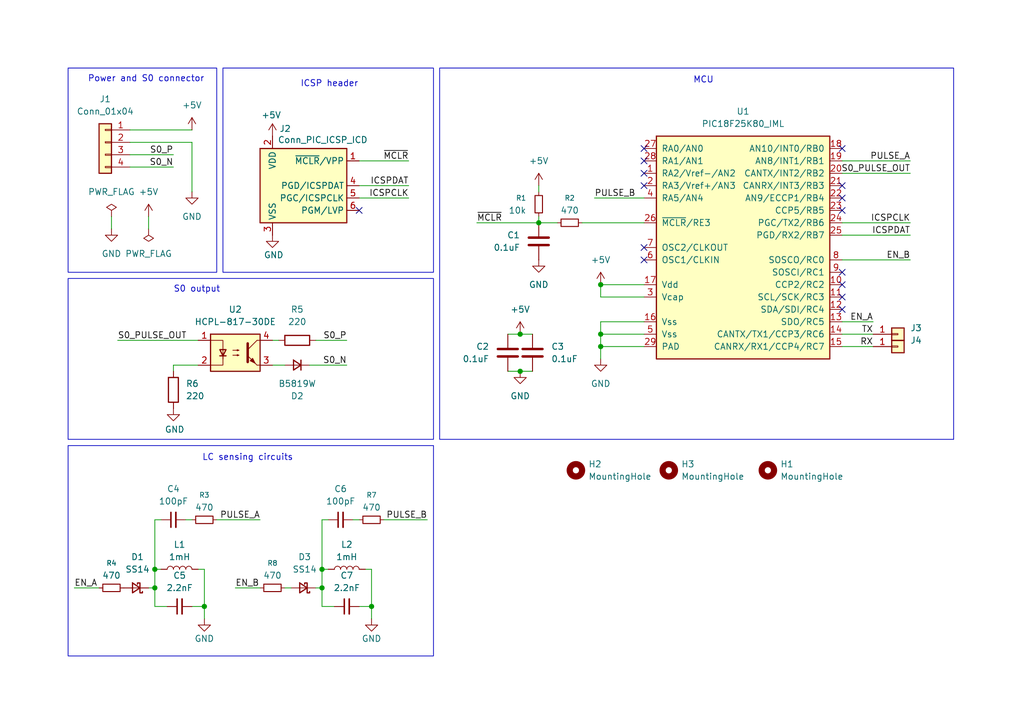
<source format=kicad_sch>
(kicad_sch (version 20250114) (generator "eeschema") (generator_version "9.0")
  (paper "A5")
  (title_block (title "Water meter counter") (rev "${Revision}") (comment 3 "Inductive water meter counter with S0 interface for GSB-8 style meters"))
  (lib_symbols
    (symbol "Connector:Conn_PIC_ICSP_ICD"
      (property "Reference" "J" (at 6.35 8.89 0))
      (property "Value" "Conn_PIC_ICSP_ICD" (at -8.89 -1.27 90))
      (symbol "Conn_PIC_ICSP_ICD_0_1"
        (rectangle (start -7.62 7.62) (end 10.16 -7.62) (stroke (width 0.254)) (fill (type background)))
      )
      (symbol "Conn_PIC_ICSP_ICD_1_1"
        (pin passive line (at -5.08 10.16 270) (length 2.54) (name "VDD") (number "2"))
        (pin power_in line (at -5.08 -10.16 90) (length 2.54) (name "VSS") (number "3"))
        (pin passive line (at 12.7 5.08 180) (length 2.54) (name "~{MCLR}/VPP") (number "1"))
        (pin bidirectional line (at 12.7 0 180) (length 2.54) (name "PGD/ICSPDAT") (number "4"))
        (pin output line (at 12.7 -2.54 180) (length 2.54) (name "PGC/ICSPCLK") (number "5"))
        (pin output line (at 12.7 -5.08 180) (length 2.54) (name "PGM/LVP") (number "6"))
      )
    )
    (symbol "Connector_Generic:Conn_01x01" (pin_names (offset 1.016) (hide yes))
      (property "Reference" "J" (at 0 2.54 0))
      (property "Value" "Conn_01x01" (at 0 -2.54 0))
      (symbol "Conn_01x01_1_1"
        (rectangle (start -1.27 1.27) (end 1.27 -1.27) (stroke (width 0.254)) (fill (type background)))
        (rectangle (start -1.27 0.127) (end 0 -0.127) (stroke (width 0.1524)))
        (pin passive line (at -5.08 0 0) (length 3.81) (name "Pin_1") (number "1"))
      )
    )
    (symbol "Connector_Generic:Conn_01x04" (pin_names (offset 1.016) (hide yes))
      (property "Reference" "J" (at 0 5.08 0))
      (property "Value" "Conn_01x04" (at 0 -7.62 0))
      (symbol "Conn_01x04_1_1"
        (rectangle (start -1.27 3.81) (end 1.27 -6.35) (stroke (width 0.254)) (fill (type background)))
        (rectangle (start -1.27 2.667) (end 0 2.413) (stroke (width 0.1524)))
        (rectangle (start -1.27 0.127) (end 0 -0.127) (stroke (width 0.1524)))
        (rectangle (start -1.27 -2.413) (end 0 -2.667) (stroke (width 0.1524)))
        (rectangle (start -1.27 -4.953) (end 0 -5.207) (stroke (width 0.1524)))
        (pin passive line (at -5.08 2.54 0) (length 3.81) (name "Pin_1") (number "1"))
        (pin passive line (at -5.08 0 0) (length 3.81) (name "Pin_2") (number "2"))
        (pin passive line (at -5.08 -2.54 0) (length 3.81) (name "Pin_3") (number "3"))
        (pin passive line (at -5.08 -5.08 0) (length 3.81) (name "Pin_4") (number "4"))
      )
    )
    (symbol "Device:C" (pin_numbers (hide yes)) (pin_names (offset 0.254))
      (property "Reference" "C" (at 0.635 2.54 0))
      (property "Value" "C" (at 0.635 -2.54 0))
      (symbol "C_0_1"
        (polyline (pts (xy -2.032 0.762) (xy 2.032 0.762)) (stroke (width 0.508)))
        (polyline (pts (xy -2.032 -0.762) (xy 2.032 -0.762)) (stroke (width 0.508)))
      )
      (symbol "C_1_1"
        (pin passive line (at 0 3.81 270) (length 2.794) (name "~") (number "1"))
        (pin passive line (at 0 -3.81 90) (length 2.794) (name "~") (number "2"))
      )
    )
    (symbol "Device:C_Small" (pin_numbers (hide yes)) (pin_names (offset 0.254) (hide yes))
      (property "Reference" "C" (at 0.254 1.778 0))
      (property "Value" "C_Small" (at 0.254 -2.032 0))
      (symbol "C_Small_0_1"
        (polyline (pts (xy -1.524 0.508) (xy 1.524 0.508)) (stroke (width 0.3048)))
        (polyline (pts (xy -1.524 -0.508) (xy 1.524 -0.508)) (stroke (width 0.3302)))
      )
      (symbol "C_Small_1_1"
        (pin passive line (at 0 2.54 270) (length 2.032) (name "~") (number "1"))
        (pin passive line (at 0 -2.54 90) (length 2.032) (name "~") (number "2"))
      )
    )
    (symbol "Device:D_Schottky_Small" (pin_numbers (hide yes)) (pin_names (offset 0.254) (hide yes))
      (property "Reference" "D" (at -1.27 2.032 0))
      (property "Value" "D_Schottky_Small" (at -7.112 -2.032 0))
      (symbol "D_Schottky_Small_0_1"
        (polyline (pts (xy -1.27 0.762) (xy -1.27 1.016) (xy -0.762 1.016) (xy -0.762 -1.016) (xy -0.254 -1.016) (xy -0.254 -0.762)) (stroke (width 0.254)))
        (polyline (pts (xy -0.762 0) (xy 0.762 0)))
        (polyline (pts (xy 0.762 -1.016) (xy -0.762 0) (xy 0.762 1.016) (xy 0.762 -1.016)) (stroke (width 0.254)))
      )
      (symbol "D_Schottky_Small_1_1"
        (pin passive line (at -2.54 0 0) (length 1.778) (name "K") (number "1"))
        (pin passive line (at 2.54 0 180) (length 1.778) (name "A") (number "2"))
      )
    )
    (symbol "Device:D_Small" (pin_numbers (hide yes)) (pin_names (offset 0.254) (hide yes))
      (property "Reference" "D" (at -1.27 2.032 0))
      (property "Value" "D_Small" (at -3.81 -2.032 0))
      (symbol "D_Small_0_1"
        (polyline (pts (xy -0.762 0) (xy 0.762 0)))
        (polyline (pts (xy -0.762 -1.016) (xy -0.762 1.016)) (stroke (width 0.254)))
        (polyline (pts (xy 0.762 -1.016) (xy -0.762 0) (xy 0.762 1.016) (xy 0.762 -1.016)) (stroke (width 0.254)))
      )
      (symbol "D_Small_1_1"
        (pin passive line (at -2.54 0 0) (length 1.778) (name "K") (number "1"))
        (pin passive line (at 2.54 0 180) (length 1.778) (name "A") (number "2"))
      )
    )
    (symbol "Device:L" (pin_numbers (hide yes)) (pin_names (offset 1.016) (hide yes))
      (property "Reference" "L" (at -1.27 0 90))
      (property "Value" "L" (at 1.905 0 90))
      (symbol "L_0_1"
        (arc (start 0 2.54) (mid 0.6323 1.905) (end 0 1.27))
        (arc (start 0 1.27) (mid 0.6323 0.635) (end 0 0))
        (arc (start 0 0) (mid 0.6323 -0.635) (end 0 -1.27))
        (arc (start 0 -1.27) (mid 0.6323 -1.905) (end 0 -2.54))
      )
      (symbol "L_1_1"
        (pin passive line (at 0 3.81 270) (length 1.27) (name "1") (number "1"))
        (pin passive line (at 0 -3.81 90) (length 1.27) (name "2") (number "2"))
      )
    )
    (symbol "Device:R" (pin_numbers (hide yes)) (pin_names (offset 0))
      (property "Reference" "R" (at 2.032 0 90))
      (property "Value" "R" (at 0 0 90))
      (symbol "R_0_1"
        (rectangle (start -1.016 -2.54) (end 1.016 2.54) (stroke (width 0.254)))
      )
      (symbol "R_1_1"
        (pin passive line (at 0 3.81 270) (length 1.27) (name "~") (number "1"))
        (pin passive line (at 0 -3.81 90) (length 1.27) (name "~") (number "2"))
      )
    )
    (symbol "Device:R_Small" (pin_numbers (hide yes)) (pin_names (offset 0.254) (hide yes))
      (property "Reference" "R" (at 0 0 90))
      (property "Value" "R_Small" (at 1.778 0 90))
      (symbol "R_Small_0_1"
        (rectangle (start -0.762 1.778) (end 0.762 -1.778) (stroke (width 0.2032)))
      )
      (symbol "R_Small_1_1"
        (pin passive line (at 0 2.54 270) (length 0.762) (name "~") (number "1"))
        (pin passive line (at 0 -2.54 90) (length 0.762) (name "~") (number "2"))
      )
    )
    (symbol "Isolator:Optocoupler_DC_PhotoNPN_AKEC"
      (property "Reference" "U" (at -5.08 5.08 0))
      (property "Value" "Optocoupler_DC_PhotoNPN_AKEC" (at 0 5.08 0))
      (symbol "Optocoupler_DC_PhotoNPN_AKEC_0_1"
        (rectangle (start -5.08 3.81) (end 5.08 -3.81) (stroke (width 0.254)) (fill (type background)))
        (polyline (pts (xy -5.08 2.54) (xy -2.54 2.54) (xy -2.54 -1.27) (xy -2.54 0.635)))
        (polyline (pts (xy -3.175 -0.635) (xy -1.905 -0.635)) (stroke (width 0.254)))
        (polyline (pts (xy -2.54 -0.635) (xy -2.54 -2.54) (xy -5.08 -2.54)))
        (polyline (pts (xy -2.54 -0.635) (xy -3.175 0.635) (xy -1.905 0.635) (xy -2.54 -0.635)) (stroke (width 0.254)))
        (polyline (pts (xy -0.508 0.508) (xy 0.762 0.508) (xy 0.381 0.381) (xy 0.381 0.635) (xy 0.762 0.508)))
        (polyline (pts (xy -0.508 -0.508) (xy 0.762 -0.508) (xy 0.381 -0.635) (xy 0.381 -0.381) (xy 0.762 -0.508)))
        (polyline (pts (xy 2.54 1.905) (xy 2.54 -1.905)) (stroke (width 0.508)))
        (polyline (pts (xy 2.54 0.635) (xy 4.445 2.54)))
        (polyline (pts (xy 3.048 -1.651) (xy 3.556 -1.143) (xy 4.064 -2.159) (xy 3.048 -1.651)) (fill (type outline)))
        (polyline (pts (xy 4.445 2.54) (xy 5.08 2.54)))
        (polyline (pts (xy 4.445 -2.54) (xy 2.54 -0.635)) (fill (type outline)))
        (polyline (pts (xy 4.445 -2.54) (xy 5.08 -2.54)))
      )
      (symbol "Optocoupler_DC_PhotoNPN_AKEC_1_1"
        (pin passive line (at -7.62 2.54 0) (length 2.54) (name "~") (number "1"))
        (pin passive line (at -7.62 -2.54 0) (length 2.54) (name "~") (number "2"))
        (pin passive line (at 7.62 2.54 180) (length 2.54) (name "~") (number "4"))
        (pin passive line (at 7.62 -2.54 180) (length 2.54) (name "~") (number "3"))
      )
    )
    (symbol "MCU_Microchip_PIC18:PIC18F25K80_IML" (pin_names (offset 1.016))
      (property "Reference" "U" (at -17.78 24.13 0))
      (property "Value" "PIC18F25K80_IML" (at 17.78 24.13 0))
      (symbol "PIC18F25K80_IML_0_1"
        (rectangle (start -17.78 22.86) (end 17.78 -22.86) (stroke (width 0.254)) (fill (type background)))
      )
      (symbol "PIC18F25K80_IML_1_1"
        (pin bidirectional line (at -20.32 20.32 0) (length 2.54) (name "RA0/AN0") (number "27"))
        (pin bidirectional line (at -20.32 17.78 0) (length 2.54) (name "RA1/AN1") (number "28"))
        (pin bidirectional line (at -20.32 15.24 0) (length 2.54) (name "RA2/Vref-/AN2") (number "1"))
        (pin bidirectional line (at -20.32 12.7 0) (length 2.54) (name "RA3/Vref+/AN3") (number "2"))
        (pin bidirectional line (at -20.32 10.16 0) (length 2.54) (name "RA5/AN4") (number "4"))
        (pin bidirectional line (at -20.32 5.08 0) (length 2.54) (name "~{MCLR}/RE3") (number "26"))
        (pin input line (at -20.32 0 0) (length 2.54) (name "OSC2/CLKOUT") (number "7"))
        (pin input line (at -20.32 -2.54 0) (length 2.54) (name "OSC1/CLKIN") (number "6"))
        (pin power_in line (at -20.32 -7.62 0) (length 2.54) (name "Vdd") (number "17"))
        (pin power_in line (at -20.32 -10.16 0) (length 2.54) (name "Vcap") (number "3"))
        (pin power_in line (at -20.32 -15.24 0) (length 2.54) (name "Vss") (number "16"))
        (pin power_in line (at -20.32 -17.78 0) (length 2.54) (name "Vss") (number "5"))
        (pin power_in line (at -20.32 -20.32 0) (length 2.54) (name "PAD") (number "29"))
        (pin bidirectional line (at 20.32 20.32 180) (length 2.54) (name "AN10/INT0/RB0") (number "18"))
        (pin bidirectional line (at 20.32 17.78 180) (length 2.54) (name "AN8/INT1/RB1") (number "19"))
        (pin bidirectional line (at 20.32 15.24 180) (length 2.54) (name "CANTX/INT2/RB2") (number "20"))
        (pin bidirectional line (at 20.32 12.7 180) (length 2.54) (name "CANRX/INT3/RB3") (number "21"))
        (pin bidirectional line (at 20.32 10.16 180) (length 2.54) (name "AN9/ECCP1/RB4") (number "22"))
        (pin bidirectional line (at 20.32 7.62 180) (length 2.54) (name "CCP5/RB5") (number "23"))
        (pin bidirectional line (at 20.32 5.08 180) (length 2.54) (name "PGC/TX2/RB6") (number "24"))
        (pin bidirectional line (at 20.32 2.54 180) (length 2.54) (name "PGD/RX2/RB7") (number "25"))
        (pin bidirectional line (at 20.32 -2.54 180) (length 2.54) (name "SOSCO/RC0") (number "8"))
        (pin bidirectional line (at 20.32 -5.08 180) (length 2.54) (name "SOSCI/RC1") (number "9"))
        (pin bidirectional line (at 20.32 -7.62 180) (length 2.54) (name "CCP2/RC2") (number "10"))
        (pin bidirectional line (at 20.32 -10.16 180) (length 2.54) (name "SCL/SCK/RC3") (number "11"))
        (pin bidirectional line (at 20.32 -12.7 180) (length 2.54) (name "SDA/SDI/RC4") (number "12"))
        (pin bidirectional line (at 20.32 -15.24 180) (length 2.54) (name "SDO/RC5") (number "13"))
        (pin bidirectional line (at 20.32 -17.78 180) (length 2.54) (name "CANTX/TX1/CCP3/RC6") (number "14"))
        (pin bidirectional line (at 20.32 -20.32 180) (length 2.54) (name "CANRX/RX1/CCP4/RC7") (number "15"))
      )
    )
    (symbol "Mechanical:MountingHole" (pin_names (offset 1.016)) (in_bom no)
      (property "Reference" "H" (at 0 5.08 0))
      (property "Value" "MountingHole" (at 0 3.175 0))
      (symbol "MountingHole_0_1"
        (circle (center 0 0) (radius 1.27) (stroke (width 1.27)))
      )
    )
    (symbol "power:+5V" (power) (pin_numbers (hide yes)) (pin_names (offset 0) (hide yes))
      (property "Value" "+5V" (at 0 3.556 0))
      (symbol "+5V_0_1"
        (polyline (pts (xy -0.762 1.27) (xy 0 2.54)))
        (polyline (pts (xy 0 2.54) (xy 0.762 1.27)))
        (polyline (pts (xy 0 0) (xy 0 2.54)))
      )
      (symbol "+5V_1_1"
        (pin power_in line (at 0 0 90) (length 0) (name "~") (number "1"))
      )
    )
    (symbol "power:GND" (power) (pin_numbers (hide yes)) (pin_names (offset 0) (hide yes))
      (property "Value" "GND" (at 0 -3.81 0))
      (symbol "GND_0_1"
        (polyline (pts (xy 0 0) (xy 0 -1.27) (xy 1.27 -1.27) (xy 0 -2.54) (xy -1.27 -1.27) (xy 0 -1.27)))
      )
      (symbol "GND_1_1"
        (pin power_in line (at 0 0 270) (length 0) (name "~") (number "1"))
      )
    )
    (symbol "power:PWR_FLAG" (power) (pin_numbers (hide yes)) (pin_names (offset 0) (hide yes))
      (property "Value" "PWR_FLAG" (at 0 3.81 0))
      (symbol "PWR_FLAG_0_0"
        (pin power_out line (at 0 0 90) (length 0) (name "~") (number "1"))
      )
      (symbol "PWR_FLAG_0_1"
        (polyline (pts (xy 0 0) (xy 0 1.27) (xy -1.016 1.905) (xy 0 2.54) (xy 1.016 1.905) (xy 0 1.27)))
      )
    )
  )
  (rectangle (start 45.72 13.97) (end 88.9 55.88))
  (rectangle (start 13.97 57.15) (end 88.9 90.17))
  (rectangle (start 90.17 13.97) (end 195.58 90.17))
  (rectangle (start 13.97 91.44) (end 88.9 134.62))
  (rectangle (start 13.97 13.97) (end 44.45 55.88))
  (text "LC sensing circuits" (at 50.8 93.98 0) (effects (font (size 1.27 1.27))))
  (text "MCU" (at 144.272 16.51 0) (effects (font (size 1.27 1.27))))
  (text "ICSP header" (at 67.564 17.272 0) (effects (font (size 1.27 1.27))))
  (text "Power and S0 connector" (at 29.972 16.256 0) (effects (font (size 1.27 1.27))))
  (text "S0 output" (at 40.386 59.436 0) (effects (font (size 1.27 1.27))))
  (junction (at 66.04 116.84))
  (junction (at 31.75 120.65))
  (junction (at 41.91 124.46))
  (junction (at 106.68 76.2))
  (junction (at 110.49 45.72))
  (junction (at 66.04 120.65))
  (junction (at 123.19 71.12))
  (junction (at 123.19 58.42))
  (junction (at 31.75 116.84))
  (junction (at 123.19 68.58))
  (junction (at 106.68 68.58))
  (junction (at 76.2 124.46))
  (no_connect (at 132.08 53.34))
  (no_connect (at 172.72 30.48))
  (no_connect (at 73.66 43.18))
  (no_connect (at 172.72 63.5))
  (no_connect (at 132.08 35.56))
  (no_connect (at 172.72 55.88))
  (no_connect (at 132.08 50.8))
  (no_connect (at 172.72 58.42))
  (no_connect (at 172.72 43.18))
  (no_connect (at 132.08 38.1))
  (no_connect (at 172.72 40.64))
  (no_connect (at 132.08 30.48))
  (no_connect (at 172.72 38.1))
  (no_connect (at 172.72 60.96))
  (no_connect (at 132.08 33.02))
  (wire (pts (xy 39.37 124.46) (xy 41.91 124.46)))
  (wire (pts (xy 31.75 124.46) (xy 31.75 120.65)))
  (wire (pts (xy 33.02 116.84) (xy 31.75 116.84)))
  (wire (pts (xy 66.04 124.46) (xy 66.04 120.65)))
  (wire (pts (xy 26.67 31.75) (xy 35.56 31.75)))
  (wire (pts (xy 123.19 66.04) (xy 123.19 68.58)))
  (wire (pts (xy 172.72 48.26) (xy 186.69 48.26)))
  (wire (pts (xy 58.42 120.65) (xy 59.69 120.65)))
  (wire (pts (xy 22.86 46.99) (xy 22.86 44.45)))
  (wire (pts (xy 123.19 58.42) (xy 132.08 58.42)))
  (wire (pts (xy 106.68 76.2) (xy 104.14 76.2)))
  (wire (pts (xy 106.68 68.58) (xy 109.22 68.58)))
  (wire (pts (xy 24.13 69.85) (xy 40.64 69.85)))
  (wire (pts (xy 172.72 45.72) (xy 186.69 45.72)))
  (wire (pts (xy 172.72 68.58) (xy 179.07 68.58)))
  (wire (pts (xy 132.08 66.04) (xy 123.19 66.04)))
  (wire (pts (xy 114.3 45.72) (xy 110.49 45.72)))
  (wire (pts (xy 73.66 124.46) (xy 76.2 124.46)))
  (wire (pts (xy 123.19 73.66) (xy 123.19 71.12)))
  (wire (pts (xy 76.2 116.84) (xy 76.2 124.46)))
  (wire (pts (xy 66.04 106.68) (xy 66.04 116.84)))
  (wire (pts (xy 15.24 120.65) (xy 20.32 120.65)))
  (wire (pts (xy 35.56 74.93) (xy 35.56 76.2)))
  (wire (pts (xy 121.92 40.64) (xy 132.08 40.64)))
  (wire (pts (xy 186.69 35.56) (xy 172.72 35.56)))
  (wire (pts (xy 26.67 29.21) (xy 39.37 29.21)))
  (wire (pts (xy 97.79 45.72) (xy 110.49 45.72)))
  (wire (pts (xy 34.29 124.46) (xy 31.75 124.46)))
  (wire (pts (xy 172.72 53.34) (xy 186.69 53.34)))
  (wire (pts (xy 106.68 76.2) (xy 109.22 76.2)))
  (wire (pts (xy 33.02 106.68) (xy 31.75 106.68)))
  (wire (pts (xy 83.82 40.64) (xy 73.66 40.64)))
  (wire (pts (xy 123.19 60.96) (xy 123.19 58.42)))
  (wire (pts (xy 106.68 68.58) (xy 104.14 68.58)))
  (wire (pts (xy 39.37 29.21) (xy 39.37 39.37)))
  (wire (pts (xy 83.82 38.1) (xy 73.66 38.1)))
  (wire (pts (xy 38.1 106.68) (xy 39.37 106.68)))
  (wire (pts (xy 63.5 74.93) (xy 71.12 74.93)))
  (wire (pts (xy 48.26 120.65) (xy 53.34 120.65)))
  (wire (pts (xy 72.39 106.68) (xy 73.66 106.68)))
  (wire (pts (xy 26.67 26.67) (xy 39.37 26.67)))
  (wire (pts (xy 67.31 116.84) (xy 66.04 116.84)))
  (wire (pts (xy 172.72 71.12) (xy 179.07 71.12)))
  (wire (pts (xy 119.38 45.72) (xy 132.08 45.72)))
  (wire (pts (xy 26.67 34.29) (xy 35.56 34.29)))
  (wire (pts (xy 66.04 116.84) (xy 66.04 120.65)))
  (wire (pts (xy 30.48 120.65) (xy 31.75 120.65)))
  (wire (pts (xy 76.2 116.84) (xy 74.93 116.84)))
  (wire (pts (xy 31.75 116.84) (xy 31.75 120.65)))
  (wire (pts (xy 110.49 38.1) (xy 110.49 39.37)))
  (wire (pts (xy 123.19 68.58) (xy 132.08 68.58)))
  (wire (pts (xy 64.77 120.65) (xy 66.04 120.65)))
  (wire (pts (xy 57.15 69.85) (xy 55.88 69.85)))
  (wire (pts (xy 67.31 106.68) (xy 66.04 106.68)))
  (wire (pts (xy 132.08 60.96) (xy 123.19 60.96)))
  (wire (pts (xy 55.88 74.93) (xy 58.42 74.93)))
  (wire (pts (xy 35.56 74.93) (xy 40.64 74.93)))
  (wire (pts (xy 83.82 33.02) (xy 73.66 33.02)))
  (wire (pts (xy 31.75 106.68) (xy 31.75 116.84)))
  (wire (pts (xy 172.72 66.04) (xy 179.07 66.04)))
  (wire (pts (xy 110.49 45.72) (xy 110.49 44.45)))
  (wire (pts (xy 30.48 44.45) (xy 30.48 46.99)))
  (wire (pts (xy 87.63 106.68) (xy 78.74 106.68)))
  (wire (pts (xy 41.91 124.46) (xy 41.91 127)))
  (wire (pts (xy 41.91 116.84) (xy 40.64 116.84)))
  (wire (pts (xy 53.34 106.68) (xy 44.45 106.68)))
  (wire (pts (xy 68.58 124.46) (xy 66.04 124.46)))
  (wire (pts (xy 71.12 69.85) (xy 64.77 69.85)))
  (wire (pts (xy 41.91 116.84) (xy 41.91 124.46)))
  (wire (pts (xy 123.19 71.12) (xy 132.08 71.12)))
  (wire (pts (xy 76.2 124.46) (xy 76.2 127)))
  (wire (pts (xy 172.72 33.02) (xy 186.69 33.02)))
  (wire (pts (xy 123.19 71.12) (xy 123.19 68.58)))
  (label "PULSE_A" (at 186.69 33.02 180))
  (label "PULSE_B" (at 87.63 106.68 180))
  (label "S0_N" (at 71.12 74.93 180))
  (label "~{MCLR}" (at 83.82 33.02 180))
  (label "ICSPDAT" (at 186.69 48.26 180))
  (label "ICSPDAT" (at 83.82 38.1 180))
  (label "S0_PULSE_OUT" (at 186.69 35.56 180))
  (label "~{MCLR}" (at 97.79 45.72 0))
  (label "RX" (at 179.07 71.12 180))
  (label "ICSPCLK" (at 83.82 40.64 180))
  (label "PULSE_A" (at 53.34 106.68 180))
  (label "EN_B" (at 186.69 53.34 180))
  (label "ICSPCLK" (at 186.69 45.72 180))
  (label "EN_A" (at 15.24 120.65 0))
  (label "S0_N" (at 35.56 34.29 180))
  (label "S0_P" (at 35.56 31.75 180))
  (label "PULSE_B" (at 121.92 40.64 0))
  (label "EN_B" (at 48.26 120.65 0))
  (label "S0_PULSE_OUT" (at 24.13 69.85 0))
  (label "S0_P" (at 71.12 69.85 180))
  (label "EN_A" (at 179.07 66.04 180))
  (label "TX" (at 179.07 68.58 180))
  (symbol (lib_id "Device:R_Small") (at 76.2 106.68 90) (unit 1)
    (property "Reference" "R7" (at 76.2 101.6 90) (effects (font (size 1.016 1.016))))
    (property "Value" "470" (at 76.2 104.14 90))
    (property "Footprint" "Resistor_SMD:R_0402_1005Metric_Pad0.72x0.64mm_HandSolder" (effects (hide yes)))
    (property "Description" "Resistor, small symbol" (effects (hide yes)))
  )
  (symbol (lib_id "MCU_Microchip_PIC18:PIC18F25K80_IML") (at 152.4 50.8 0) (unit 1)
    (property "Reference" "U1" (at 152.4 22.86 0))
    (property "Value" "PIC18F25K80_IML" (at 152.4 25.4 0))
    (property "Footprint" "Package_DFN_QFN:QFN-28-1EP_6x6mm_P0.65mm_EP4.25x4.25mm" (effects (hide yes)))
    (property "Datasheet" "http://ww1.microchip.com/downloads/en/DeviceDoc/39977f.pdf" (effects (hide yes)))
    (property "Description" "32K Flash, 3.5K RAM, 1K EEPROM PIC18 Microcontroller ADC PWM CAN SPI I2C USART in QFN28 package" (effects (hide yes)))
  )
  (symbol (lib_id "Device:D_Schottky_Small") (at 27.94 120.65 180) (unit 1)
    (property "Reference" "D1" (at 28.194 114.3 0))
    (property "Value" "SS14" (at 28.194 116.84 0))
    (property "Footprint" "Diode_SMD:D_SOD-123F" (effects (hide yes)))
    (property "Description" "Schottky diode, small symbol" (effects (hide yes)))
  )
  (symbol (lib_id "power:GND") (at 123.19 73.66 0) (unit 1)
    (property "Reference" "#PWR010" (effects (hide yes)))
    (property "Value" "GND" (at 123.19 78.74 0))
    (property "Description" "Power symbol creates a global label with name \"GND\" , ground" (effects (hide yes)))
  )
  (symbol (lib_id "Connector_Generic:Conn_01x04") (at 21.59 29.21 0) (mirror y) (unit 1)
    (property "Reference" "J1" (at 21.59 20.32 0))
    (property "Value" "Conn_01x04" (at 21.59 22.86 0))
    (property "Footprint" "Connector_JST:JST_XH_S4B-XH-A_1x04_P2.50mm_Horizontal" (effects (hide yes)))
    (property "Description" "Generic connector, single row, 01x04, script generated (kicad-library-utils/schlib/autogen/connector/)" (effects (hide yes)))
  )
  (symbol (lib_id "Device:R") (at 60.96 69.85 90) (unit 1)
    (property "Reference" "R5" (at 60.96 63.5 90))
    (property "Value" "220" (at 60.96 66.04 90))
    (property "Footprint" "Resistor_SMD:R_0805_2012Metric_Pad1.20x1.40mm_HandSolder" (effects (hide yes)))
    (property "Description" "Resistor" (effects (hide yes)))
  )
  (symbol (lib_id "Device:R_Small") (at 41.91 106.68 90) (unit 1)
    (property "Reference" "R3" (at 41.91 101.6 90) (effects (font (size 1.016 1.016))))
    (property "Value" "470" (at 41.91 104.14 90))
    (property "Footprint" "Resistor_SMD:R_0402_1005Metric_Pad0.72x0.64mm_HandSolder" (effects (hide yes)))
    (property "Description" "Resistor, small symbol" (effects (hide yes)))
  )
  (symbol (lib_id "Device:R_Small") (at 116.84 45.72 90) (unit 1)
    (property "Reference" "R2" (at 116.84 40.64 90) (effects (font (size 1.016 1.016))))
    (property "Value" "470" (at 116.84 43.18 90))
    (property "Footprint" "Resistor_SMD:R_0402_1005Metric_Pad0.72x0.64mm_HandSolder" (effects (hide yes)))
    (property "Description" "Resistor, small symbol" (effects (hide yes)))
  )
  (symbol (lib_id "Mechanical:MountingHole") (at 157.48 96.52 0) (unit 1) (in_bom no)
    (property "Reference" "H1" (at 160.02 95.2499 0) (effects (justify left)))
    (property "Value" "MountingHole" (at 160.02 97.7899 0) (effects (justify left)))
    (property "Footprint" "MountingHole:MountingHole_2.2mm_M2_ISO7380" (effects (hide yes)))
    (property "Description" "Mounting Hole without connection" (effects (hide yes)))
  )
  (symbol (lib_id "power:GND") (at 110.49 53.34 0) (unit 1)
    (property "Reference" "#PWR08" (effects (hide yes)))
    (property "Value" "GND" (at 110.49 58.42 0))
    (property "Description" "Power symbol creates a global label with name \"GND\" , ground" (effects (hide yes)))
  )
  (symbol (lib_id "Device:C") (at 104.14 72.39 0) (mirror y) (unit 1)
    (property "Reference" "C2" (at 100.33 71.1199 0) (effects (justify left)))
    (property "Value" "0.1uF" (at 100.33 73.6599 0) (effects (justify left)))
    (property "Footprint" "Capacitor_SMD:C_0402_1005Metric_Pad0.74x0.62mm_HandSolder" (effects (hide yes)))
    (property "Description" "Unpolarized capacitor" (effects (hide yes)))
  )
  (symbol (lib_id "Device:C_Small") (at 69.85 106.68 90) (unit 1)
    (property "Reference" "C6" (at 69.8563 100.33 90))
    (property "Value" "100pF" (at 69.8563 102.87 90))
    (property "Footprint" "Capacitor_SMD:C_0603_1608Metric_Pad1.08x0.95mm_HandSolder" (effects (hide yes)))
    (property "Description" "Unpolarized capacitor, small symbol" (effects (hide yes)))
  )
  (symbol (lib_id "power:+5V") (at 30.48 44.45 0) (unit 1)
    (property "Reference" "#PWR05" (effects (hide yes)))
    (property "Value" "+5V" (at 30.48 39.37 0))
    (property "Description" "Power symbol creates a global label with name \"+5V\"" (effects (hide yes)))
  )
  (symbol (lib_id "Device:D_Schottky_Small") (at 62.23 120.65 180) (unit 1)
    (property "Reference" "D3" (at 62.484 114.3 0))
    (property "Value" "SS14" (at 62.484 116.84 0))
    (property "Footprint" "Diode_SMD:D_SOD-123F" (effects (hide yes)))
    (property "Description" "Schottky diode, small symbol" (effects (hide yes)))
  )
  (symbol (lib_id "Device:R_Small") (at 22.86 120.65 90) (unit 1)
    (property "Reference" "R4" (at 22.86 115.57 90) (effects (font (size 1.016 1.016))))
    (property "Value" "470" (at 22.86 118.11 90))
    (property "Footprint" "Resistor_SMD:R_0402_1005Metric_Pad0.72x0.64mm_HandSolder" (effects (hide yes)))
    (property "Description" "Resistor, small symbol" (effects (hide yes)))
  )
  (symbol (lib_id "Device:C_Small") (at 35.56 106.68 90) (unit 1)
    (property "Reference" "C4" (at 35.5663 100.33 90))
    (property "Value" "100pF" (at 35.5663 102.87 90))
    (property "Footprint" "Capacitor_SMD:C_0603_1608Metric_Pad1.08x0.95mm_HandSolder" (effects (hide yes)))
    (property "Description" "Unpolarized capacitor, small symbol" (effects (hide yes)))
  )
  (symbol (lib_id "Device:C_Small") (at 71.12 124.46 90) (unit 1)
    (property "Reference" "C7" (at 71.1263 118.11 90))
    (property "Value" "2.2nF" (at 71.1263 120.65 90))
    (property "Footprint" "Capacitor_SMD:C_0402_1005Metric_Pad0.74x0.62mm_HandSolder" (effects (hide yes)))
    (property "Description" "Unpolarized capacitor, small symbol" (effects (hide yes)))
  )
  (symbol (lib_id "Isolator:Optocoupler_DC_PhotoNPN_AKEC") (at 48.26 72.39 0) (unit 1)
    (property "Reference" "U2" (at 48.26 63.5 0))
    (property "Value" "HCPL-817-30DE" (at 48.26 66.04 0))
    (property "Footprint" "Package_SO:SSO-4_6.7x5.1mm_P2.54mm_Clearance8mm" (effects (hide yes)))
    (property "Description" "Generic DC optocoupler with NPN phototransistor output, pins order: anode/cathode/emitter/collector" (effects (hide yes)))
  )
  (symbol (lib_id "power:+5V") (at 55.88 27.94 0) (unit 1)
    (property "Reference" "#PWR01" (effects (hide yes)))
    (property "Value" "+5V" (at 55.626 23.622 0))
    (property "Description" "Power symbol creates a global label with name \"+5V\"" (effects (hide yes)))
  )
  (symbol (lib_id "Device:R_Small") (at 110.49 41.91 0) (mirror x) (unit 1)
    (property "Reference" "R1" (at 107.95 40.6399 0) (effects (font (size 1.016 1.016)) (justify right)))
    (property "Value" "10k" (at 107.95 43.1799 0) (effects (justify right)))
    (property "Footprint" "Resistor_SMD:R_0402_1005Metric_Pad0.72x0.64mm_HandSolder" (effects (hide yes)))
    (property "Description" "Resistor, small symbol" (effects (hide yes)))
  )
  (symbol (lib_id "Device:C_Small") (at 36.83 124.46 90) (unit 1)
    (property "Reference" "C5" (at 36.8363 118.11 90))
    (property "Value" "2.2nF" (at 36.8363 120.65 90))
    (property "Footprint" "Capacitor_SMD:C_0402_1005Metric_Pad0.74x0.62mm_HandSolder" (effects (hide yes)))
    (property "Description" "Unpolarized capacitor, small symbol" (effects (hide yes)))
  )
  (symbol (lib_id "Connector_Generic:Conn_01x01") (at 184.15 71.12 0) (unit 1) (in_bom no)
    (property "Reference" "J4" (at 186.69 69.8499 0) (effects (justify left)))
    (property "Value" "Conn_01x01" (effects (hide yes)))
    (property "Footprint" "TestPoint:TestPoint_Keystone_5000-5004_Miniature" (effects (hide yes)))
    (property "Description" "Generic connector, single row, 01x01, script generated (kicad-library-utils/schlib/autogen/connector/)" (effects (hide yes)))
  )
  (symbol (lib_id "Mechanical:MountingHole") (at 118.11 96.52 90) (unit 1) (in_bom no)
    (property "Reference" "H2" (at 120.65 95.2499 90) (effects (justify right)))
    (property "Value" "MountingHole" (at 120.65 97.7899 90) (effects (justify right)))
    (property "Footprint" "MountingHole:MountingHole_2.2mm_M2_ISO7380" (effects (hide yes)))
    (property "Description" "Mounting Hole without connection" (effects (hide yes)))
  )
  (symbol (lib_id "Connector:Conn_PIC_ICSP_ICD") (at 60.96 38.1 0) (unit 1) (in_bom no)
    (property "Reference" "J2" (at 59.69 26.416 0) (effects (justify right)))
    (property "Value" "Conn_PIC_ICSP_ICD" (at 75.438 28.702 0) (effects (justify right)))
    (property "Footprint" "Connector_PinHeader_1.00mm:PinHeader_1x06_P1.00mm_Vertical" (effects (hide yes)))
    (property "Datasheet" "http://ww1.microchip.com/downloads/en/devicedoc/30277d.pdf" (effects (hide yes)))
    (property "Description" "Microchip PIC In-Circuit Serial Programming/Debugging (ICSP/ICD) connector" (effects (hide yes)))
  )
  (symbol (lib_id "power:GND") (at 22.86 46.99 0) (unit 1)
    (property "Reference" "#PWR07" (effects (hide yes)))
    (property "Value" "GND" (at 22.86 52.07 0))
    (property "Description" "Power symbol creates a global label with name \"GND\" , ground" (effects (hide yes)))
  )
  (symbol (lib_id "power:+5V") (at 110.49 38.1 0) (unit 1)
    (property "Reference" "#PWR03" (effects (hide yes)))
    (property "Value" "+5V" (at 110.49 33.02 0))
    (property "Description" "Power symbol creates a global label with name \"+5V\"" (effects (hide yes)))
  )
  (symbol (lib_id "Device:C") (at 109.22 72.39 0) (unit 1)
    (property "Reference" "C3" (at 113.03 71.1199 0) (effects (justify left)))
    (property "Value" "0.1uF" (at 113.03 73.6599 0) (effects (justify left)))
    (property "Footprint" "Capacitor_SMD:C_0402_1005Metric_Pad0.74x0.62mm_HandSolder" (effects (hide yes)))
    (property "Description" "Unpolarized capacitor" (effects (hide yes)))
  )
  (symbol (lib_id "Connector_Generic:Conn_01x01") (at 184.15 68.58 0) (unit 1) (in_bom no)
    (property "Reference" "J3" (at 186.69 67.3099 0) (effects (justify left)))
    (property "Value" "Conn_01x01" (effects (hide yes)))
    (property "Footprint" "TestPoint:TestPoint_Keystone_5000-5004_Miniature" (effects (hide yes)))
    (property "Description" "Generic connector, single row, 01x01, script generated (kicad-library-utils/schlib/autogen/connector/)" (effects (hide yes)))
  )
  (symbol (lib_id "power:GND") (at 106.68 76.2 0) (unit 1)
    (property "Reference" "#PWR012" (effects (hide yes)))
    (property "Value" "GND" (at 106.68 81.28 0))
    (property "Description" "Power symbol creates a global label with name \"GND\" , ground" (effects (hide yes)))
  )
  (symbol (lib_id "power:GND") (at 41.91 127 0) (unit 1)
    (property "Reference" "#PWR013" (effects (hide yes)))
    (property "Value" "GND" (at 41.91 131.064 0))
    (property "Description" "Power symbol creates a global label with name \"GND\" , ground" (effects (hide yes)))
  )
  (symbol (lib_id "power:PWR_FLAG") (at 22.86 44.45 0) (unit 1)
    (property "Reference" "#FLG01" (effects (hide yes)))
    (property "Value" "PWR_FLAG" (at 22.86 39.37 0))
    (property "Description" "Special symbol for telling ERC where power comes from" (effects (hide yes)))
  )
  (symbol (lib_id "Device:L") (at 71.12 116.84 90) (unit 1)
    (property "Reference" "L2" (at 71.12 111.76 90))
    (property "Value" "1mH" (at 71.12 114.3 90))
    (property "Footprint" "Inductor_Fastron_THT:L_Radial_D4.80mm_P2.50mm_Fastron_05HCP" (effects (hide yes)))
    (property "Datasheet" "https://www.fastrongroup.com/uploads/datasheets/Series/Complete-DataSheet/05HCP%2005HCP_T.pdf" (effects (hide yes)))
    (property "Description" "Inductor" (effects (hide yes)))
    (property "MPN" "05HCP-102K-51" (effects (hide yes)))
  )
  (symbol (lib_id "power:GND") (at 55.88 48.26 0) (unit 1)
    (property "Reference" "#PWR06" (effects (hide yes)))
    (property "Value" "GND" (at 56.134 52.324 0))
    (property "Description" "Power symbol creates a global label with name \"GND\" , ground" (effects (hide yes)))
  )
  (symbol (lib_id "power:GND") (at 39.37 39.37 0) (unit 1)
    (property "Reference" "#PWR04" (effects (hide yes)))
    (property "Value" "GND" (at 39.37 44.45 0))
    (property "Description" "Power symbol creates a global label with name \"GND\" , ground" (effects (hide yes)))
  )
  (symbol (lib_id "Device:D_Small") (at 60.96 74.93 180) (unit 1)
    (property "Reference" "D2" (at 60.96 81.28 0))
    (property "Value" "B5819W" (at 60.96 78.74 0))
    (property "Footprint" "Diode_SMD:D_SOD-123" (effects (hide yes)))
    (property "Description" "Diode, small symbol" (effects (hide yes)))
    (property "Sim.Device" "D" (effects (hide yes)))
    (property "Sim.Pins" "1=K 2=A" (effects (hide yes)))
  )
  (symbol (lib_id "Device:C") (at 110.49 49.53 0) (mirror y) (unit 1)
    (property "Reference" "C1" (at 106.68 48.2599 0) (effects (justify left)))
    (property "Value" "0.1uF" (at 106.68 50.7999 0) (effects (justify left)))
    (property "Footprint" "Capacitor_SMD:C_0402_1005Metric_Pad0.74x0.62mm_HandSolder" (effects (hide yes)))
    (property "Description" "Unpolarized capacitor" (effects (hide yes)))
  )
  (symbol (lib_id "power:+5V") (at 39.37 26.67 0) (unit 1)
    (property "Reference" "#PWR02" (effects (hide yes)))
    (property "Value" "+5V" (at 39.37 21.59 0))
    (property "Description" "Power symbol creates a global label with name \"+5V\"" (effects (hide yes)))
  )
  (symbol (lib_id "power:+5V") (at 106.68 68.58 0) (unit 1)
    (property "Reference" "#PWR011" (effects (hide yes)))
    (property "Value" "+5V" (at 106.68 63.5 0))
    (property "Description" "Power symbol creates a global label with name \"+5V\"" (effects (hide yes)))
  )
  (symbol (lib_id "power:GND") (at 76.2 127 0) (unit 1)
    (property "Reference" "#PWR015" (effects (hide yes)))
    (property "Value" "GND" (at 76.2 131.064 0))
    (property "Description" "Power symbol creates a global label with name \"GND\" , ground" (effects (hide yes)))
  )
  (symbol (lib_id "Device:L") (at 36.83 116.84 90) (unit 1)
    (property "Reference" "L1" (at 36.83 111.76 90))
    (property "Value" "1mH" (at 36.83 114.3 90))
    (property "Footprint" "Inductor_Fastron_THT:L_Radial_D4.80mm_P2.50mm_Fastron_05HCP" (effects (hide yes)))
    (property "Datasheet" "https://www.fastrongroup.com/uploads/datasheets/Series/Complete-DataSheet/05HCP%2005HCP_T.pdf" (effects (hide yes)))
    (property "Description" "Inductor" (effects (hide yes)))
    (property "MPN" "05HCP-102K-51" (effects (hide yes)))
  )
  (symbol (lib_id "Device:R_Small") (at 55.88 120.65 90) (unit 1)
    (property "Reference" "R8" (at 55.88 115.57 90) (effects (font (size 1.016 1.016))))
    (property "Value" "470" (at 55.88 118.11 90))
    (property "Footprint" "Resistor_SMD:R_0402_1005Metric_Pad0.72x0.64mm_HandSolder" (effects (hide yes)))
    (property "Description" "Resistor, small symbol" (effects (hide yes)))
  )
  (symbol (lib_id "Mechanical:MountingHole") (at 137.16 96.52 0) (unit 1) (in_bom no)
    (property "Reference" "H3" (at 139.7 95.2499 0) (effects (justify left)))
    (property "Value" "MountingHole" (at 139.7 97.7899 0) (effects (justify left)))
    (property "Footprint" "MountingHole:MountingHole_2.2mm_M2_ISO7380" (effects (hide yes)))
    (property "Description" "Mounting Hole without connection" (effects (hide yes)))
  )
  (symbol (lib_id "power:PWR_FLAG") (at 30.48 46.99 180) (unit 1)
    (property "Reference" "#FLG02" (effects (hide yes)))
    (property "Value" "PWR_FLAG" (at 30.48 52.07 0))
    (property "Description" "Special symbol for telling ERC where power comes from" (effects (hide yes)))
  )
  (symbol (lib_id "power:+5V") (at 123.19 58.42 0) (unit 1)
    (property "Reference" "#PWR09" (effects (hide yes)))
    (property "Value" "+5V" (at 123.19 53.34 0))
    (property "Description" "Power symbol creates a global label with name \"+5V\"" (effects (hide yes)))
  )
  (symbol (lib_id "power:GND") (at 35.56 83.82 0) (unit 1)
    (property "Reference" "#PWR014" (effects (hide yes)))
    (property "Value" "GND" (at 35.814 88.138 0))
    (property "Description" "Power symbol creates a global label with name \"GND\" , ground" (effects (hide yes)))
  )
  (symbol (lib_id "Device:R") (at 35.56 80.01 0) (unit 1)
    (property "Reference" "R6" (at 38.1 78.7399 0) (effects (justify left)))
    (property "Value" "220" (at 38.1 81.2799 0) (effects (justify left)))
    (property "Footprint" "Resistor_SMD:R_0805_2012Metric_Pad1.20x1.40mm_HandSolder" (effects (hide yes)))
    (property "Description" "Resistor" (effects (hide yes)))
  )
)
</source>
